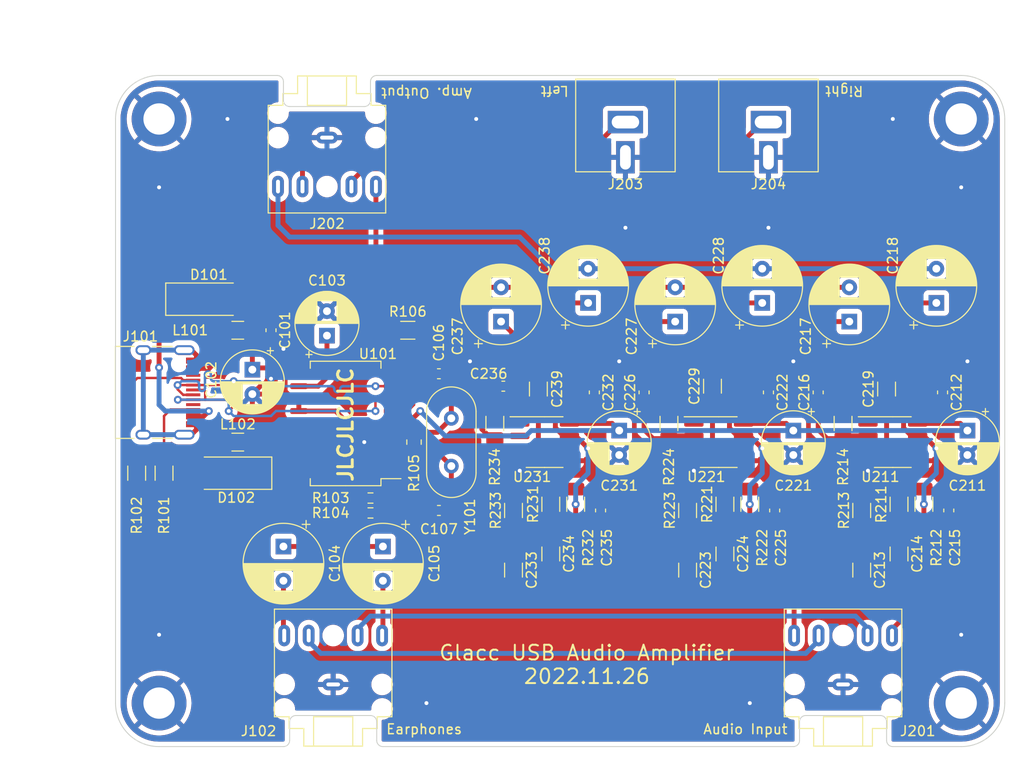
<source format=kicad_pcb>
(kicad_pcb (version 20211014) (generator pcbnew)
  (layers (0 "F.Cu" signal) (31 "B.Cu" signal) (34 "B.Paste" user) (35 "F.Paste" user) (36 "B.SilkS" user "B.Silkscreen") (37 "F.SilkS" user "F.Silkscreen") (38 "B.Mask" user) (39 "F.Mask" user) (44 "Edge.Cuts" user))
  (net 0 "")
  (net 1 "/VCC")
  (net 2 "GND")
  (net 3 "Net-(C103-Pad1)")
  (net 4 "Net-(C104-Pad1)")
  (net 5 "Net-(C104-Pad2)")
  (net 6 "Net-(C105-Pad1)")
  (net 7 "Net-(C105-Pad2)")
  (net 8 "Net-(C106-Pad1)")
  (net 9 "Net-(C107-Pad1)")
  (net 10 "Net-(C213-Pad1)")
  (net 11 "Net-(C213-Pad2)")
  (net 12 "Net-(C214-Pad1)")
  (net 13 "Net-(C214-Pad2)")
  (net 14 "Net-(C215-Pad1)")
  (net 15 "Net-(C215-Pad2)")
  (net 16 "Net-(C216-Pad1)")
  (net 17 "Net-(C216-Pad2)")
  (net 18 "Net-(C217-Pad2)")
  (net 19 "Net-(C218-Pad2)")
  (net 20 "Net-(C219-Pad1)")
  (net 21 "Net-(C223-Pad1)")
  (net 22 "Net-(C224-Pad1)")
  (net 23 "Net-(C225-Pad1)")
  (net 24 "Net-(C225-Pad2)")
  (net 25 "Net-(C226-Pad1)")
  (net 26 "Net-(C226-Pad2)")
  (net 27 "Net-(C229-Pad1)")
  (net 28 "Net-(C233-Pad1)")
  (net 29 "Net-(C234-Pad1)")
  (net 30 "Net-(C235-Pad1)")
  (net 31 "Net-(C235-Pad2)")
  (net 32 "Net-(C236-Pad1)")
  (net 33 "Net-(C236-Pad2)")
  (net 34 "Net-(C239-Pad1)")
  (net 35 "Net-(D101-Pad1)")
  (net 36 "Net-(D102-Pad2)")
  (net 37 "Net-(J101-PadA5)")
  (net 38 "/USB D-")
  (net 39 "/USB D+")
  (net 41 "Net-(J101-PadB5)")
  (net 43 "Net-(J102-PadSN)")
  (net 44 "Net-(J102-PadTN)")
  (net 45 "Net-(J202-PadSN)")
  (net 46 "Net-(J202-PadTN)")
  (net 47 "Net-(JP101-Pad2)")
  (net 48 "Net-(R103-Pad1)")
  (net 51 "Net-(R106-Pad1)")
  (footprint "Diode_SMD:D_SMA_Handsoldering" (layer "F.Cu") (at 114.935 88.265)
    (fp_text reference "D101")
    (fp_text value "1N4001")
  )
  (footprint "Resistor_SMD:R_1206_3216Metric_Pad1.30x1.75mm_HandSolder" (layer "F.Cu") (at 144.145 100.965 90)
    (fp_text reference "R234")
    (fp_text value "22K")
  )
  (footprint "Capacitor_SMD:C_1206_3216Metric_Pad1.33x1.80mm_HandSolder" (layer "F.Cu") (at 184.15 97.4475 90)
    (fp_text reference "C219")
    (fp_text value "2.2μF")
  )
  (footprint "Custom Footprints:Jack_3.5mm" (layer "F.Cu") (at 127.635 127.635)
    (fp_text reference "J102")
    (fp_text value "Earphone Output (Front)")
  )
  (footprint "Inductor_SMD:L_1206_3216Metric_Pad1.42x1.75mm_HandSolder" (layer "F.Cu") (at 117.8925 91.44)
    (fp_text reference "L101")
    (fp_text value "100Ω@100MHz")
  )
  (footprint "Capacitor_SMD:C_0603_1608Metric_Pad1.08x0.95mm_HandSolder" (layer "F.Cu") (at 154.305 97.79 -90)
    (fp_text reference "C232")
    (fp_text value ".1μF")
  )
  (footprint "Resistor_SMD:R_1206_3216Metric_Pad1.30x1.75mm_HandSolder" (layer "F.Cu") (at 167.64 109.22 90)
    (fp_text reference "R221")
    (fp_text value "22K")
  )
  (footprint "Capacitor_THT:CP_Radial_D6.3mm_P2.50mm" (layer "F.Cu") (at 119.38 95.464621 -90)
    (fp_text reference "C102")
    (fp_text value "100μF")
  )
  (footprint "Capacitor_THT:CP_Radial_D8.0mm_P3.50mm" (layer "F.Cu") (at 132.715 113.536349 -90)
    (fp_text reference "C105")
    (fp_text value "220μF")
  )
  (footprint "Custom Footprints:RCA_1" (layer "F.Cu") (at 172.085 70.1675)
    (fp_text reference "J204")
    (fp_text value "RCA Right")
  )
  (footprint "Resistor_SMD:R_1206_3216Metric_Pad1.30x1.75mm_HandSolder" (layer "F.Cu") (at 149.86 109.22 90)
    (fp_text reference "R231")
    (fp_text value "22K")
  )
  (footprint "Capacitor_SMD:C_0603_1608Metric_Pad1.08x0.95mm_HandSolder" (layer "F.Cu") (at 189.865 97.79 -90)
    (fp_text reference "C212")
    (fp_text value ".1μF")
  )
  (footprint "Capacitor_SMD:C_1206_3216Metric_Pad1.33x1.80mm_HandSolder" (layer "F.Cu") (at 163.83 115.951 -90)
    (fp_text reference "C223")
    (fp_text value "2.2μF")
  )
  (footprint "Capacitor_SMD:C_0603_1608Metric_Pad1.08x0.95mm_HandSolder" (layer "F.Cu") (at 154.94 109.855 90)
    (fp_text reference "C235")
    (fp_text value "220pF")
  )
  (footprint "Capacitor_THT:CP_Radial_D8.0mm_P3.50mm" (layer "F.Cu") (at 180.34 90.552651 90)
    (fp_text reference "C217")
    (fp_text value "220μF")
  )
  (footprint "Custom Footprints:Jack_3.5mm" (layer "F.Cu") (at 179.705 127.635)
    (fp_text reference "J201")
    (fp_text value "Audio Input (Front)")
  )
  (footprint "Resistor_SMD:R_1206_3216Metric_Pad1.30x1.75mm_HandSolder" (layer "F.Cu") (at 170.18 109.22 90)
    (fp_text reference "R222")
    (fp_text value "22K")
  )
  (footprint "Capacitor_SMD:C_0603_1608Metric_Pad1.08x0.95mm_HandSolder" (layer "F.Cu") (at 145.0075 97.155)
    (fp_text reference "C236")
    (fp_text value "220pF")
  )
  (footprint "Capacitor_SMD:C_1206_3216Metric_Pad1.33x1.80mm_HandSolder" (layer "F.Cu") (at 149.86 114.3 -90)
    (fp_text reference "C234")
    (fp_text value "2.2μF")
  )
  (footprint "Capacitor_SMD:C_0603_1608Metric_Pad1.08x0.95mm_HandSolder" (layer "F.Cu") (at 159.385 97.79 90)
    (fp_text reference "C226")
    (fp_text value "220pF")
  )
  (footprint "Package_SO:SOP-8_3.76x4.96mm_P1.27mm" (layer "F.Cu") (at 167.005 102.87)
    (fp_text reference "U221")
    (fp_text value "HT82V735")
  )
  (footprint "Diode_SMD:D_SMA_Handsoldering" (layer "F.Cu") (at 116.967 106.045 180)
    (fp_text reference "D102")
    (fp_text value "1N4001")
  )
  (footprint "Resistor_SMD:R_1206_3216Metric_Pad1.30x1.75mm_HandSolder" (layer "F.Cu") (at 187.96 109.22 90)
    (fp_text reference "R212")
    (fp_text value "22K")
  )
  (footprint "MountingHole:MountingHole_3.2mm_M3_DIN965_Pad" (layer "F.Cu") (at 191.77 129.54)
    (fp_text reference "H4" hide)
    (fp_text value "M3")
  )
  (footprint "Inductor_SMD:L_1206_3216Metric_Pad1.42x1.75mm_HandSolder" (layer "F.Cu") (at 117.8925 102.87)
    (fp_text reference "L102")
    (fp_text value "100Ω@100MHz")
  )
  (footprint "Custom Footprints:Jack_3.5mm" (layer "F.Cu") (at 127 71.755 180)
    (fp_text reference "J202")
    (fp_text value "Amplifier Output (Back / Side)")
  )
  (footprint "Capacitor_THT:CP_Radial_D8.0mm_P3.50mm" (layer "F.Cu") (at 153.67 88.647651 90)
    (fp_text reference "C238")
    (fp_text value "220μF")
  )
  (footprint "Capacitor_SMD:C_1206_3216Metric_Pad1.33x1.80mm_HandSolder" (layer "F.Cu") (at 166.37 97.155 90)
    (fp_text reference "C229")
    (fp_text value "2.2μF")
  )
  (footprint "Package_SO:SOP-18_7x12.5mm_P1.27mm" (layer "F.Cu") (at 128.905 100.965 180)
    (fp_text reference "U101")
    (fp_text value "CM102S+")
  )
  (footprint "Resistor_SMD:R_1206_3216Metric_Pad1.30x1.75mm_HandSolder" (layer "F.Cu") (at 146.05 109.855 90)
    (fp_text reference "R233")
    (fp_text value "22K")
  )
  (footprint "Crystal:Crystal_HC49-U_Vertical" (layer "F.Cu") (at 139.7 105.32 90)
    (fp_text reference "Y101")
    (fp_text value "12MHz")
  )
  (footprint "Capacitor_SMD:C_0603_1608Metric_Pad1.08x0.95mm_HandSolder" (layer "F.Cu") (at 138.43 109.855)
    (fp_text reference "C107")
    (fp_text value "20pF")
  )
  (footprint "Resistor_SMD:R_1206_3216Metric_Pad1.30x1.75mm_HandSolder" (layer "F.Cu") (at 107.569 106.045 -90)
    (fp_text reference "R102")
    (fp_text value "5.1K")
  )
  (footprint "Resistor_SMD:R_0603_1608Metric_Pad0.98x0.95mm_HandSolder" (layer "F.Cu") (at 131.445 110.109)
    (fp_text reference "R104")
    (fp_text value "10K")
  )
  (footprint "Capacitor_THT:CP_Radial_D6.3mm_P2.50mm" (layer "F.Cu") (at 174.625 101.687621 -90)
    (fp_text reference "C221")
    (fp_text value "100μF")
  )
  (footprint "Capacitor_SMD:C_1206_3216Metric_Pad1.33x1.80mm_HandSolder" (layer "F.Cu") (at 181.61 115.951 -90)
    (fp_text reference "C213")
    (fp_text value "2.2μF")
  )
  (footprint "Resistor_SMD:R_1206_3216Metric_Pad1.30x1.75mm_HandSolder" (layer "F.Cu") (at 110.363 106.045 -90)
    (fp_text reference "R101")
    (fp_text value "5.1K")
  )
  (footprint "Capacitor_SMD:C_0603_1608Metric_Pad1.08x0.95mm_HandSolder" (layer "F.Cu") (at 138.43 95.885)
    (fp_text reference "C106")
    (fp_text value "20pF")
  )
  (footprint "Capacitor_SMD:C_0603_1608Metric_Pad1.08x0.95mm_HandSolder" (layer "F.Cu") (at 172.72 109.855 90)
    (fp_text reference "C225")
    (fp_text value "220pF")
  )
  (footprint "MountingHole:MountingHole_3.2mm_M3_DIN965_Pad" (layer "F.Cu") (at 191.77 69.85)
    (fp_text reference "H2" hide)
    (fp_text value "M3")
  )
  (footprint "Resistor_SMD:R_1206_3216Metric_Pad1.30x1.75mm_HandSolder" (layer "F.Cu") (at 185.42 109.22 90)
    (fp_text reference "R211")
    (fp_text value "22K")
  )
  (footprint "Capacitor_THT:CP_Radial_D6.3mm_P2.50mm" (layer "F.Cu") (at 192.405 101.687621 -90)
    (fp_text reference "C211")
    (fp_text value "100μF")
  )
  (footprint "Capacitor_THT:CP_Radial_D8.0mm_P3.50mm" (layer "F.Cu") (at 162.56 90.552651 90)
    (fp_text reference "C227")
    (fp_text value "220μF")
  )
  (footprint "Package_SO:SOP-8_3.76x4.96mm_P1.27mm" (layer "F.Cu") (at 184.785 102.87)
    (fp_text reference "U211")
    (fp_text value "HT82V735")
  )
  (footprint "Custom Footprints:RCA_1" (layer "F.Cu") (at 157.48 70.1675)
    (fp_text reference "J203")
    (fp_text value "RCA Left")
  )
  (footprint "Resistor_SMD:R_1206_3216Metric_Pad1.30x1.75mm_HandSolder" (layer "F.Cu") (at 152.4 109.22 90)
    (fp_text reference "R232")
    (fp_text value "22K")
  )
  (footprint "Capacitor_THT:CP_Radial_D8.0mm_P3.50mm" (layer "F.Cu") (at 122.555 113.536349 -90)
    (fp_text reference "C104")
    (fp_text value "220μF")
  )
  (footprint "Capacitor_SMD:C_0603_1608Metric_Pad1.08x0.95mm_HandSolder" (layer "F.Cu") (at 190.5 109.855 90)
    (fp_text reference "C215")
    (fp_text value "220pF")
  )
  (footprint "Resistor_SMD:R_1206_3216Metric_Pad1.30x1.75mm_HandSolder" (layer "F.Cu") (at 161.925 100.965 90)
    (fp_text reference "R224")
    (fp_text value "22K")
  )
  (footprint "Capacitor_THT:CP_Radial_D8.0mm_P3.50mm" (layer "F.Cu") (at 189.23 88.647651 90)
    (fp_text reference "C218")
    (fp_text value "220μF")
  )
  (footprint "Capacitor_THT:CP_Radial_D6.3mm_P2.50mm" (layer "F.Cu") (at 127 91.98738 90)
    (fp_text reference "C103")
    (fp_text value "100μF")
  )
  (footprint "Resistor_SMD:R_0603_1608Metric_Pad0.98x0.95mm_HandSolder" (layer "F.Cu") (at 131.445 108.585 180)
    (fp_text reference "R103")
    (fp_text value "10K")
  )
  (footprint "Resistor_SMD:R_1206_3216Metric_Pad1.30x1.75mm_HandSolder" (layer "F.Cu") (at 179.705 100.965 90)
    (fp_text reference "R214")
    (fp_text value "22K")
  )
  (footprint "Resistor_SMD:R_1206_3216Metric_Pad1.30x1.75mm_HandSolder" (layer "F.Cu") (at 163.83 109.855 90)
    (fp_text reference "R223")
    (fp_text value "22K")
  )
  (footprint "MountingHole:MountingHole_3.2mm_M3_DIN965_Pad" (layer "F.Cu") (at 109.855 129.54)
    (fp_text reference "H3" hide)
    (fp_text value "M3")
  )
  (footprint "Resistor_SMD:R_0805_2012Metric_Pad1.20x1.40mm_HandSolder" (layer "F.Cu") (at 135.89 102.87 90)
    (fp_text reference "R105")
    (fp_text value "1M")
  )
  (footprint "Capacitor_SMD:C_0603_1608Metric_Pad1.08x0.95mm_HandSolder" (layer "F.Cu") (at 177.165 97.79 90)
    (fp_text reference "C216")
    (fp_text value "220pF")
  )
  (footprint "Capacitor_SMD:C_1206_3216Metric_Pad1.33x1.80mm_HandSolder" (layer "F.Cu") (at 148.59 97.4475 90)
    (fp_text reference "C239")
    (fp_text value "2.2μF")
  )
  (footprint "Capacitor_SMD:C_1206_3216Metric_Pad1.33x1.80mm_HandSolder" (layer "F.Cu") (at 185.42 114.3 -90)
    (fp_text reference "C214")
    (fp_text value "2.2μF")
  )
  (footprint "Resistor_SMD:R_1206_3216Metric_Pad1.30x1.75mm_HandSolder" (layer "F.Cu") (at 135.255 91.44 180)
    (fp_text reference "R106")
    (fp_text value "5.1K")
  )
  (footprint "Capacitor_SMD:C_1206_3216Metric_Pad1.33x1.80mm_HandSolder" (layer "F.Cu") (at 146.05 115.951 -90)
    (fp_text reference "C233")
    (fp_text value "2.2μF")
  )
  (footprint "Capacitor_SMD:C_0603_1608Metric_Pad1.08x0.95mm_HandSolder" (layer "F.Cu") (at 172.085 97.79 -90)
    (fp_text reference "C222")
    (fp_text value ".1μF")
  )
  (footprint "Capacitor_THT:CP_Radial_D6.3mm_P2.50mm" (layer "F.Cu") (at 156.845 101.687621 -90)
    (fp_text reference "C231")
    (fp_text value "100μF")
  )
  (footprint "Capacitor_THT:CP_Radial_D8.0mm_P3.50mm" (layer "F.Cu") (at 171.45 88.647651 90)
    (fp_text reference "C228")
    (fp_text value "220μF")
  )
  (footprint "Capacitor_SMD:C_0603_1608Metric_Pad1.08x0.95mm_HandSolder" (layer "F.Cu") (at 121.285 91.44 -90)
    (fp_text reference "C101")
    (fp_text value ".1μF")
  )
  (footprint "Capacitor_SMD:C_1206_3216Metric_Pad1.33x1.80mm_HandSolder" (layer "F.Cu") (at 167.64 114.3 -90)
    (fp_text reference "C224")
    (fp_text value "2.2μF")
  )
  (footprint "Capacitor_THT:CP_Radial_D8.0mm_P3.50mm" (layer "F.Cu") (at 144.78 90.552651 90)
    (fp_text reference "C237")
    (fp_text value "220μF")
  )
  (footprint "MountingHole:MountingHole_3.2mm_M3_DIN965_Pad" (layer "F.Cu") (at 109.855 69.85)
    (fp_text reference "H1" hide)
    (fp_text value "M3")
  )
  (footprint "Package_SO:SOP-8_3.76x4.96mm_P1.27mm" (layer "F.Cu") (at 149.225 102.87)
    (fp_text reference "U231")
    (fp_text value "HT82V735")
  )
  (footprint "Resistor_SMD:R_1206_3216Metric_Pad1.30x1.75mm_HandSolder" (layer "F.Cu") (at 181.61 109.855 90)
    (fp_text reference "R213")
    (fp_text value "22K")
  )
  (footprint "Connector_USB:USB_C_Receptacle_HRO_TYPE-C-31-M-12" (layer "F.Cu") (at 109.295 97.79 -90)
    (fp_text reference "J101")
    (fp_text value "Type-C In")
  )
  (gr_line (start 131.445 130.81) (end 123.825 130.81) (layer "Edge.Cuts") (width 0.1))
  (gr_arc (start 131.445 67.945) (mid 131.259013 68.394013) (end 130.81 68.58) (layer "Edge.Cuts") (width 0.1))
  (gr_line (start 184.785 133.985) (end 191.77 133.985) (layer "Edge.Cuts") (width 0.1))
  (gr_line (start 122.555 66.04) (end 122.555 67.945) (layer "Edge.Cuts") (width 0.1))
  (gr_arc (start 183.515 130.81) (mid 183.964013 130.995987) (end 184.15 131.445) (layer "Edge.Cuts") (width 0.1))
  (gr_arc (start 191.77 65.405) (mid 194.91309 66.70691) (end 196.215 69.85) (layer "Edge.Cuts") (width 0.1))
  (gr_line (start 150.495 65.405) (end 132.08 65.405) (layer "Edge.Cuts") (width 0.1))
  (gr_arc (start 109.855 133.985) (mid 106.71191 132.68309) (end 105.41 129.54) (layer "Edge.Cuts") (width 0.1))
  (gr_line (start 150.495 65.405) (end 191.77 65.405) (layer "Edge.Cuts") (width 0.1))
  (gr_line (start 105.41 129.54) (end 105.41 69.85) (layer "Edge.Cuts") (width 0.1))
  (gr_line (start 131.445 66.04) (end 131.445 67.945) (layer "Edge.Cuts") (width 0.1))
  (gr_line (start 132.08 133.35) (end 132.08 131.445) (layer "Edge.Cuts") (width 0.1))
  (gr_line (start 123.19 133.35) (end 123.19 131.445) (layer "Edge.Cuts") (width 0.1))
  (gr_line (start 196.215 129.54) (end 196.215 69.85) (layer "Edge.Cuts") (width 0.1))
  (gr_arc (start 131.445 66.04) (mid 131.630987 65.590987) (end 132.08 65.405) (layer "Edge.Cuts") (width 0.1))
  (gr_arc (start 105.41 69.85) (mid 106.71191 66.70691) (end 109.855 65.405) (layer "Edge.Cuts") (width 0.1))
  (gr_arc (start 123.19 131.445) (mid 123.375987 130.995987) (end 123.825 130.81) (layer "Edge.Cuts") (width 0.1))
  (gr_arc (start 184.785 133.985) (mid 184.335987 133.799013) (end 184.15 133.35) (layer "Edge.Cuts") (width 0.1))
  (gr_arc (start 121.92 65.405) (mid 122.369013 65.590987) (end 122.555 66.04) (layer "Edge.Cuts") (width 0.1))
  (gr_arc (start 196.215 129.54) (mid 194.91309 132.68309) (end 191.77 133.985) (layer "Edge.Cuts") (width 0.1))
  (gr_arc (start 175.26 133.35) (mid 175.074013 133.799013) (end 174.625 133.985) (layer "Edge.Cuts") (width 0.1))
  (gr_arc (start 131.445 130.81) (mid 131.894013 130.995987) (end 132.08 131.445) (layer "Edge.Cuts") (width 0.1))
  (gr_arc (start 123.19 68.58) (mid 122.740987 68.394013) (end 122.555 67.945) (layer "Edge.Cuts") (width 0.1))
  (gr_arc (start 123.19 133.35) (mid 123.004013 133.799013) (end 122.555 133.985) (layer "Edge.Cuts") (width 0.1))
  (gr_line (start 183.515 130.81) (end 175.895 130.81) (layer "Edge.Cuts") (width 0.1))
  (gr_line (start 109.855 133.985) (end 122.555 133.985) (layer "Edge.Cuts") (width 0.1))
  (gr_line (start 123.19 68.58) (end 130.81 68.58) (layer "Edge.Cuts") (width 0.1))
  (gr_line (start 184.15 133.35) (end 184.15 131.445) (layer "Edge.Cuts") (width 0.1))
  (gr_line (start 175.26 133.35) (end 175.26 131.445) (layer "Edge.Cuts") (width 0.1))
  (gr_line (start 109.855 65.405) (end 121.92 65.405) (layer "Edge.Cuts") (width 0.1))
  (gr_line (start 174.625 133.985) (end 132.715 133.985) (layer "Edge.Cuts") (width 0.1))
  (gr_arc (start 132.715 133.985) (mid 132.265987 133.799013) (end 132.08 133.35) (layer "Edge.Cuts") (width 0.1))
  (gr_arc (start 175.26 131.445) (mid 175.445987 130.995987) (end 175.895 130.81) (layer "Edge.Cuts") (width 0.1))
  (gr_text "Glacc USB Audio Amplifier\n2022.11.26" (at 153.543 125.603) (layer "F.SilkS") (effects (font (size 1.5 1.5) (thickness 0.2))))
  (gr_text "Audio Input" (at 174.117 132.207) (layer "F.SilkS") (effects (font (size 1 1)) (justify right)))
  (gr_text "Right" (at 177.8 66.9925 180) (layer "F.SilkS") (effects (font (size 1 1)) (justify right)))
  (gr_text "Earphones" (at 132.969 132.207) (layer "F.SilkS") (effects (font (size 1 1)) (justify left)))
  (gr_text "Left" (at 151.765 66.9925 180) (layer "F.SilkS") (effects (font (size 1 1)) (justify left)))
  (gr_text "Amp. Output" (at 132.461 67.183 180) (layer "F.SilkS") (effects (font (size 1 1)) (justify right)))
  (gr_text "JLCJLCJLC" (at 128.905 101.092 90) (layer "F.SilkS") (effects (font (size 1.5 1.5) (thickness 0.3))))
  (segment (start 117.435 88.265) (end 119.507 88.265) (width 0.5) (layer "F.Cu") (net 1))
  (segment (start 189.865 98.6525) (end 189.865 100.965) (width 0.5) (layer "F.Cu") (net 1))
  (segment (start 122.7255 97.663) (end 123.4875 98.425) (width 0.5) (layer "F.Cu") (net 1))
  (segment (start 120.4225 91.44) (end 121.285 90.5775) (width 0.5) (layer "F.Cu") (net 1))
  (segment (start 191.682379 100.965) (end 192.405 101.687621) (width 0.5) (layer "F.Cu") (net 1))
  (segment (start 119.761 88.519) (end 119.761 91.059) (width 0.5) (layer "F.Cu") (net 1))
  (segment (start 187.3225 100.965) (end 191.682379 100.965) (width 0.5) (layer "F.Cu") (net 1))
  (segment (start 119.38 91.44) (end 120.4225 91.44) (width 0.5) (layer "F.Cu") (net 1))
  (segment (start 124.13 98.425) (end 124.13 99.695) (width 0.5) (layer "F.Cu") (net 1))
  (segment (start 119.38 91.44) (end 119.38 95.29) (width 0.5) (layer "F.Cu") (net 1))
  (segment (start 156.122379 100.965) (end 156.845 101.687621) (width 0.5) (layer "F.Cu") (net 1))
  (segment (start 124.13 99.695) (end 127.889 99.695) (width 0.5) (layer "F.Cu") (net 1))
  (segment (start 136.525 99.695) (end 135.815736 100.404264) (width 0.5) (layer "F.Cu") (net 1))
  (segment (start 127.889 99.695) (end 129.159 100.965) (width 0.5) (layer "F.Cu") (net 1))
  (segment (start 129.159 100.965) (end 133.68 100.965) (width 0.5) (layer "F.Cu") (net 1))
  (segment (start 122.7255 96.139) (end 122.7255 97.663) (width 0.5) (layer "F.Cu") (net 1))
  (segment (start 121.8765 95.29) (end 119.34 95.29) (width 0.5) (layer "F.Cu") (net 1))
  (segment (start 151.7625 100.965) (end 156.122379 100.965) (width 0.5) (layer "F.Cu") (net 1))
  (segment (start 129.413 110.109) (end 129.159 109.855) (width 0.5) (layer "F.Cu") (net 1))
  (segment (start 154.305 98.6525) (end 154.305 100.965) (width 0.5) (layer "F.Cu") (net 1))
  (segment (start 133.68 100.965) (end 134.133528 100.965) (width 0.5) (layer "F.Cu") (net 1))
  (segment (start 169.5425 100.965) (end 173.902379 100.965) (width 0.5) (layer "F.Cu") (net 1))
  (segment (start 119.507 88.265) (end 119.761 88.519) (width 0.5) (layer "F.Cu") (net 1))
  (segment (start 135.815736 100.404264) (end 134.694264 100.404264) (width 0.5) (layer "F.Cu") (net 1))
  (segment (start 130.5325 110.109) (end 129.413 110.109) (width 0.5) (layer "F.Cu") (net 1))
  (segment (start 129.159 109.855) (end 129.159 100.965) (width 0.5) (layer "F.Cu") (net 1))
  (segment (start 121.8765 95.29) (end 122.7255 96.139) (width 0.5) (layer "F.Cu") (net 1))
  (segment (start 173.902379 100.965) (end 174.625 101.687621) (width 0.5) (layer "F.Cu") (net 1))
  (segment (start 134.133528 100.965) (end 134.694264 100.404264) (width 0.5) (layer "F.Cu") (net 1))
  (segment (start 172.085 98.6525) (end 172.085 100.965) (width 0.5) (layer "F.Cu") (net 1))
  (via (at 136.525 99.695) (size 0.8) (drill 0.4) (layers "F.Cu" "B.Cu") (net 1))
  (segment (start 139.065 102.235) (end 136.525 99.695) (width 0.5) (layer "B.Cu") (net 1))
  (segment (start 156.845 101.687621) (end 192.405 101.687621) (width 0.5) (layer "B.Cu") (net 1))
  (segment (start 140.335 102.235) (end 147.32 102.235) (width 0.5) (layer "B.Cu") (net 1))
  (segment (start 147.32 102.235) (end 147.867379 101.687621) (width 0.5) (layer "B.Cu") (net 1))
  (segment (start 147.867379 101.687621) (end 156.845 101.687621) (width 0.5) (layer "B.Cu") (net 1))
  (segment (start 140.335 102.235) (end 139.065 102.235) (width 0.5) (layer "B.Cu") (net 1))
  (segment (start 121.539 103.505) (end 120.904 102.87) (width 0.5) (layer "F.Cu") (net 2))
  (segment (start 120.904 102.87) (end 119.38 102.87) (width 0.5) (layer "F.Cu") (net 2))
  (segment (start 146.685 105.791) (end 146.685 104.775) (width 0.5) (layer "F.Cu") (net 2))
  (segment (start 122.1475 92.3025) (end 122.555 92.71) (width 0.5) (layer "F.Cu") (net 2))
  (segment (start 119.38 97.964621) (end 120.729379 97.964621) (width 0.5) (layer "F.Cu") (net 2))
  (segment (start 164.465 105.791) (end 164.465 104.775) (width 0.5) (layer "F.Cu") (net 2))
  (segment (start 124.13 103.505) (end 121.539 103.505) (width 0.5) (layer "F.Cu") (net 2))
  (segment (start 121.285 92.3025) (end 122.1475 92.3025) (width 0.5) (layer "F.Cu") (net 2))
  (segment (start 121.285 97.409) (end 121.285 96.393) (width 0.5) (layer "F.Cu") (net 2))
  (segment (start 122.555 92.71) (end 122.555 93.345) (width 0.5) (layer "F.Cu") (net 2))
  (segment (start 119.38 97.79) (end 119.38 102.87) (width 0.5) (layer "F.Cu") (net 2))
  (segment (start 182.245 105.791) (end 182.245 104.775) (width 0.5) (layer "F.Cu") (net 2))
  (segment (start 120.729379 97.964621) (end 121.285 97.409) (width 0.5) (layer "F.Cu") (net 2))
  (via (at 184.785 69.85) (size 0.8) (drill 0.4) (layers "F.Cu" "B.Cu") (net 2))
  (via (at 130.81 102.87) (size 0.8) (drill 0.4) (layers "F.Cu" "B.Cu") (net 2))
  (via (at 109.855 122.555) (size 0.8) (drill 0.4) (layers "F.Cu" "B.Cu") (net 2))
  (via (at 157.48 80.9625) (size 0.8) (drill 0.4) (layers "F.Cu" "B.Cu") (net 2))
  (via (at 142.24 69.85) (size 0.8) (drill 0.4) (layers "F.Cu" "B.Cu") (net 2))
  (via (at 170.18 129.54) (size 0.8) (drill 0.4) (layers "F.Cu" "B.Cu") (net 2))
  (via (at 109.855 76.835) (size 0.8) (drill 0.4) (layers "F.Cu" "B.Cu") (net 2))
  (via (at 141.605 94.615) (size 0.8) (drill 0.4) (layers "F.Cu" "B.Cu") (net 2))
  (via (at 164.465 105.791) (size 0.8) (drill 0.4) (layers "F.Cu" "B.Cu") (net 2))
  (via (at 116.84 69.85) (size 0.8) (drill 0.4) (layers "F.Cu" "B.Cu") (net 2))
  (via (at 146.685 105.791) (size 0.8) (drill 0.4) (layers "F.Cu" "B.Cu") (net 2))
  (via (at 191.77 76.835) (size 0.8) (drill 0.4) (layers "F.Cu" "B.Cu") (net 2))
  (via (at 137.16 129.54) (size 0.8) (drill 0.4) (layers "F.Cu" "B.Cu") (net 2))
  (via (at 182.245 105.791) (size 0.8) (drill 0.4) (layers "F.Cu" "B.Cu") (net 2))
  (via (at 156.845 94.615) (size 0.8) (drill 0.4) (layers "F.Cu" "B.Cu") (net 2))
  (via (at 192.405 94.615) (size 0.8) (drill 0.4) (layers "F.Cu" "B.Cu") (net 2))
  (via (at 172.085 80.9625) (size 0.8) (drill 0.4) (layers "F.Cu" "B.Cu") (net 2))
  (via (at 122.555 93.345) (size 0.8) (drill 0.4) (layers "F.Cu" "B.Cu") (net 2))
  (via (at 121.285 96.393) (size 0.8) (drill 0.4) (layers "F.Cu" "B.Cu") (net 2))
  (via (at 174.625 94.615) (size 0.8) (drill 0.4) (layers "F.Cu" "B.Cu") (net 2))
  (via (at 191.77 122.555) (size 0.8) (drill 0.4) (layers "F.Cu" "B.Cu") (net 2))
  (segment (start 121.285 95.377) (end 122.555 94.107) (width 0.5) (layer "B.Cu") (net 2))
  (segment (start 122.555 94.107) (end 122.555 93.345) (width 0.5) (layer "B.Cu") (net 2))
  (segment (start 121.285 96.393) (end 121.285 95.377) (width 0.5) (layer "B.Cu") (net 2))
  (segment (start 126.111 97.155) (end 127 96.266) (width 0.5) (layer "F.Cu") (net 3))
  (segment (start 127 96.266) (end 127 91.98738) (width 0.5) (layer "F.Cu") (net 3))
  (segment (start 124.13 97.155) (end 126.111 97.155) (width 0.5) (layer "F.Cu") (net 3))
  (segment (start 125.73 102.235) (end 124.13 102.235) (width 0.5) (layer "F.Cu") (net 4))
  (segment (start 126.365 102.87) (end 125.73 102.235) (width 0.5) (layer "F.Cu") (net 4))
  (segment (start 122.555 113.536349) (end 124.842651 113.536349) (width 0.5) (layer "F.Cu") (net 4))
  (segment (start 124.842651 113.536349) (end 126.365 112.014) (width 0.5) (layer "F.Cu") (net 4))
  (segment (start 126.365 112.014) (end 126.365 102.87) (width 0.5) (layer "F.Cu") (net 4))
  (segment (start 122.555 117.036349) (end 122.555 122.555) (width 0.5) (layer "F.Cu") (net 5))
  (segment (start 126.365 100.965) (end 124.13 100.965) (width 0.5) (layer "F.Cu") (net 6))
  (segment (start 129.157349 113.536349) (end 127.635 112.014) (width 0.5) (layer "F.Cu") (net 6))
  (segment (start 132.715 113.536349) (end 129.157349 113.536349) (width 0.5) (layer "F.Cu") (net 6))
  (segment (start 127.635 112.014) (end 127.635 102.235) (width 0.5) (layer "F.Cu") (net 6))
  (segment (start 127.635 102.235) (end 126.365 100.965) (width 0.5) (layer "F.Cu") (net 6))
  (segment (start 132.715 117.036349) (end 132.715 122.555) (width 0.5) (layer "F.Cu") (net 7))
  (segment (start 137.5675 95.885) (end 137.5675 96.9275) (width 0.5) (layer "F.Cu") (net 8))
  (segment (start 137.5675 96.9275) (end 139.7 99.06) (width 0.5) (layer "F.Cu") (net 8))
  (segment (start 135.89 101.87) (end 138.27 101.87) (width 0.5) (layer "F.Cu") (net 8))
  (segment (start 138.27 101.87) (end 139.7 100.44) (width 0.5) (layer "F.Cu") (net 8))
  (segment (start 133.68 102.235) (end 135.525 102.235) (width 0.5) (layer "F.Cu") (net 8))
  (segment (start 135.525 102.235) (end 135.89 101.87) (width 0.5) (layer "F.Cu") (net 8))
  (segment (start 139.7 99.06) (end 139.7 100.44) (width 0.5) (layer "F.Cu") (net 8))
  (segment (start 135.89 103.87) (end 138.25 103.87) (width 0.5) (layer "F.Cu") (net 9))
  (segment (start 133.68 103.505) (end 135.525 103.505) (width 0.5) (layer "F.Cu") (net 9))
  (segment (start 137.5675 108.8125) (end 139.7 106.68) (width 0.5) (layer "F.Cu") (net 9))
  (segment (start 138.25 103.87) (end 139.7 105.32) (width 0.5) (layer "F.Cu") (net 9))
  (segment (start 137.5675 109.855) (end 137.5675 108.8125) (width 0.5) (layer "F.Cu") (net 9))
  (segment (start 139.7 106.68) (end 139.7 105.32) (width 0.5) (layer "F.Cu") (net 9))
  (segment (start 135.525 103.505) (end 135.89 103.87) (width 0.5) (layer "F.Cu") (net 9))
  (segment (start 181.61 111.405) (end 181.61 114.3885) (width 0.5) (layer "F.Cu") (net 10))
  (segment (start 146.05 117.5135) (end 174.6635 117.5135) (width 0.5) (layer "F.Cu") (net 11))
  (segment (start 174.705 117.555) (end 174.6635 117.5135) (width 0.5) (layer "F.Cu") (net 11))
  (segment (start 174.6635 117.5135) (end 181.61 117.5135) (width 0.5) (layer "F.Cu") (net 11))
  (segment (start 174.705 122.635) (end 174.705 117.555) (width 0.5) (layer "F.Cu") (net 11))
  (segment (start 185.42 110.77) (end 185.42 112.7375) (width 0.5) (layer "F.Cu") (net 12))
  (segment (start 184.705 122) (end 185.42 121.285) (width 0.5) (layer "F.Cu") (net 13))
  (segment (start 184.705 122.635) (end 184.705 122) (width 0.5) (layer "F.Cu") (net 13))
  (segment (start 185.42 121.285) (end 185.42 115.8625) (width 0.5) (layer "F.Cu") (net 13))
  (segment (start 185.42 115.8625) (end 149.86 115.8625) (width 0.5) (layer "F.Cu") (net 13))
  (segment (start 185.885 89.705) (end 186.942349 88.647651) (width 0.5) (layer "F.Cu") (net 14))
  (segment (start 188.0125 110.7175) (end 187.96 110.77) (width 0.5) (layer "F.Cu") (net 14))
  (segment (start 186.69 102.235) (end 185.885 101.43) (width 0.5) (layer "F.Cu") (net 14))
  (segment (start 185.885 101.43) (end 185.885 89.705) (width 0.5) (layer "F.Cu") (net 14))
  (segment (start 187.3225 102.235) (end 186.69 102.235) (width 0.5) (layer "F.Cu") (net 14))
  (segment (start 186.942349 88.647651) (end 189.23 88.647651) (width 0.5) (layer "F.Cu") (net 14))
  (segment (start 188.1875 110.7175) (end 187.96 110.49) (width 0.5) (layer "F.Cu") (net 14))
  (segment (start 190.5 110.7175) (end 188.0125 110.7175) (width 0.5) (layer "F.Cu") (net 14))
  (segment (start 187.96 102.235) (end 189.23 103.505) (width 0.5) (layer "F.Cu") (net 14))
  (segment (start 187.3225 102.235) (end 187.96 102.235) (width 0.5) (layer "F.Cu") (net 14))
  (segment (start 187.96 109.22) (end 187.96 110.77) (width 0.5) (layer "F.Cu") (net 14))
  (via (at 187.96 109.22) (size 0.8) (drill 0.4) (layers "F.Cu" "B.Cu") (net 14))
  (via (at 189.23 103.505) (size 0.8) (drill 0.4) (layers "F.Cu" "B.Cu") (net 14))
  (segment (start 189.23 106.045) (end 189.23 103.505) (width 0.5) (layer "B.Cu") (net 14))
  (segment (start 187.96 107.315) (end 189.23 106.045) (width 0.5) (layer "B.Cu") (net 14))
  (segment (start 187.96 109.22) (end 187.96 107.315) (width 0.5) (layer "B.Cu") (net 14))
  (segment (start 185.42 107.67) (end 187.96 107.67) (width 0.5) (layer "F.Cu") (net 15))
  (segment (start 187.3225 103.505) (end 186.055 103.505) (width 0.5) (layer "F.Cu") (net 15))
  (segment (start 186.055 103.505) (end 185.42 104.14) (width 0.5) (layer "F.Cu") (net 15))
  (segment (start 189.1775 107.67) (end 190.5 108.9925) (width 0.5) (layer "F.Cu") (net 15))
  (segment (start 185.42 104.14) (end 185.42 107.67) (width 0.5) (layer "F.Cu") (net 15))
  (segment (start 187.96 107.67) (end 189.1775 107.67) (width 0.5) (layer "F.Cu") (net 15))
  (segment (start 177.165 101.6) (end 178.08 102.515) (width 0.5) (layer "F.Cu") (net 16))
  (segment (start 177.165 98.6525) (end 177.165 101.6) (width 0.5) (layer "F.Cu") (net 16))
  (segment (start 180.695 108.305) (end 181.61 108.305) (width 0.5) (layer "F.Cu") (net 16))
  (segment (start 178.08 102.515) (end 179.705 102.515) (width 0.5) (layer "F.Cu") (net 16))
  (segment (start 179.705 102.515) (end 179.705 107.315) (width 0.5) (layer "F.Cu") (net 16))
  (segment (start 182.2475 102.235) (end 179.705 102.235) (width 0.5) (layer "F.Cu") (net 16))
  (segment (start 179.705 107.315) (end 180.695 108.305) (width 0.5) (layer "F.Cu") (net 16))
  (segment (start 177.165 96.9275) (end 177.165 91.44) (width 0.5) (layer "F.Cu") (net 17))
  (segment (start 177.165 91.44) (end 178.052349 90.552651) (width 0.5) (layer "F.Cu") (net 17))
  (segment (start 182.2475 99.6975) (end 182.2475 100.965) (width 0.5) (layer "F.Cu") (net 17))
  (segment (start 178.8425 96.9275) (end 179.705 97.79) (width 0.5) (layer "F.Cu") (net 17))
  (segment (start 179.705 97.79) (end 179.705 99.415) (width 0.5) (layer "F.Cu") (net 17))
  (segment (start 177.165 96.9275) (end 178.8425 96.9275) (width 0.5) (layer "F.Cu") (net 17))
  (segment (start 181.965 99.415) (end 182.2475 99.6975) (width 0.5) (layer "F.Cu") (net 17))
  (segment (start 178.052349 90.552651) (end 180.34 90.552651) (width 0.5) (layer "F.Cu") (net 17))
  (segment (start 179.705 99.415) (end 181.965 99.415) (width 0.5) (layer "F.Cu") (net 17))
  (segment (start 132 86.28) (end 132.772651 87.052651) (width 0.5) (layer "F.Cu") (net 18))
  (segment (start 162.56 87.052651) (end 180.34 87.052651) (width 0.5) (layer "F.Cu") (net 18))
  (segment (start 132 76.755) (end 132 86.28) (width 0.5) (layer "F.Cu") (net 18))
  (segment (start 132.772651 87.052651) (end 144.78 87.052651) (width 0.5) (layer "F.Cu") (net 18))
  (segment (start 144.78 87.052651) (end 162.56 87.052651) (width 0.5) (layer "F.Cu") (net 18))
  (segment (start 122 76.755) (end 122 80.725) (width 0.5) (layer "B.Cu") (net 19))
  (segment (start 153.67 85.147651) (end 149.917651 85.147651) (width 0.5) (layer "B.Cu") (net 19))
  (segment (start 149.917651 85.147651) (end 146.685 81.915) (width 0.5) (layer "B.Cu") (net 19))
  (segment (start 122 80.725) (end 123.19 81.915) (width 0.5) (layer "B.Cu") (net 19))
  (segment (start 146.685 81.915) (end 123.19 81.915) (width 0.5) (layer "B.Cu") (net 19))
  (segment (start 189.23 85.147651) (end 153.67 85.147651) (width 0.5) (layer "B.Cu") (net 19))
  (segment (start 183.515 103.505) (end 184.15 102.87) (width 0.5) (layer "F.Cu") (net 20))
  (segment (start 182.2475 103.505) (end 183.515 103.505) (width 0.5) (layer "F.Cu") (net 20))
  (segment (start 184.15 102.87) (end 184.15 99.01) (width 0.5) (layer "F.Cu") (net 20))
  (segment (start 163.83 111.405) (end 163.83 114.3885) (width 0.5) (layer "F.Cu") (net 21))
  (segment (start 167.64 112.7375) (end 167.64 110.77) (width 0.5) (layer "F.Cu") (net 22))
  (segment (start 168.91 102.235) (end 168.105 101.43) (width 0.5) (layer "F.Cu") (net 23))
  (segment (start 168.105 89.705) (end 169.162349 88.647651) (width 0.5) (layer "F.Cu") (net 23))
  (segment (start 169.5425 102.235) (end 170.18 102.235) (width 0.5) (layer "F.Cu") (net 23))
  (segment (start 168.105 101.43) (end 168.105 89.705) (width 0.5) (layer "F.Cu") (net 23))
  (segment (start 170.18 109.22) (end 170.18 110.77) (width 0.5) (layer "F.Cu") (net 23))
  (segment (start 169.162349 88.647651) (end 171.45 88.647651) (width 0.5) (layer "F.Cu") (net 23))
  (segment (start 170.18 102.235) (end 171.45 103.505) (width 0.5) (layer "F.Cu") (net 23))
  (segment (start 169.5425 102.235) (end 168.91 102.235) (width 0.5) (layer "F.Cu") (net 23))
  (segment (start 172.72 110.7175) (end 170.2325 110.7175) (width 0.5) (layer "F.Cu") (net 23))
  (segment (start 170.2325 110.7175) (end 170.18 110.77) (width 0.5) (layer "F.Cu") (net 23))
  (segment (start 170.4075 110.7175) (end 170.18 110.49) (width 0.5) (layer "F.Cu") (net 23))
  (via (at 171.45 103.505) (size 0.8) (drill 0.4) (layers "F.Cu" "B.Cu") (net 23))
  (via (at 170.18 109.22) (size 0.8) (drill 0.4) (layers "F.Cu" "B.Cu") (net 23))
  (segment (start 171.45 106.045) (end 171.45 103.505) (width 0.5) (layer "B.Cu") (net 23))
  (segment (start 170.18 109.22) (end 170.18 107.315) (width 0.5) (layer "B.Cu") (net 23))
  (segment (start 170.18 107.315) (end 171.45 106.045) (width 0.5) (layer "B.Cu") (net 23))
  (segment (start 167.64 104.14) (end 167.64 107.67) (width 0.5) (layer "F.Cu") (net 24))
  (segment (start 167.64 107.67) (end 170.18 107.67) (width 0.5) (layer "F.Cu") (net 24))
  (segment (start 170.18 107.67) (end 171.3975 107.67) (width 0.5) (layer "F.Cu") (net 24))
  (segment (start 168.275 103.505) (end 167.64 104.14) (width 0.5) (layer "F.Cu") (net 24))
  (segment (start 171.3975 107.67) (end 172.72 108.9925) (width 0.5) (layer "F.Cu") (net 24))
  (segment (start 169.5425 103.505) (end 168.275 103.505) (width 0.5) (layer "F.Cu") (net 24))
  (segment (start 159.385 101.6) (end 160.3 102.515) (width 0.5) (layer "F.Cu") (net 25))
  (segment (start 162.915 108.305) (end 163.83 108.305) (width 0.5) (layer "F.Cu") (net 25))
  (segment (start 161.925 102.515) (end 161.925 107.315) (width 0.5) (layer "F.Cu") (net 25))
  (segment (start 164.4675 102.235) (end 161.925 102.235) (width 0.5) (layer "F.Cu") (net 25))
  (segment (start 161.925 107.315) (end 162.915 108.305) (width 0.5) (layer "F.Cu") (net 25))
  (segment (start 160.3 102.515) (end 161.925 102.515) (width 0.5) (layer "F.Cu") (net 25))
  (segment (start 159.385 98.6525) (end 159.385 101.6) (width 0.5) (layer "F.Cu") (net 25))
  (segment (start 161.925 97.79) (end 161.925 99.415) (width 0.5) (layer "F.Cu") (net 26))
  (segment (start 164.4675 99.6975) (end 164.4675 100.965) (width 0.5) (layer "F.Cu") (net 26))
  (segment (start 161.925 99.415) (end 164.185 99.415) (width 0.5) (layer "F.Cu") (net 26))
  (segment (start 161.0625 96.9275) (end 161.925 97.79) (width 0.5) (layer "F.Cu") (net 26))
  (segment (start 159.385 96.9275) (end 159.385 91.44) (width 0.5) (layer "F.Cu") (net 26))
  (segment (start 159.385 91.44) (end 160.272349 90.552651) (width 0.5) (layer "F.Cu") (net 26))
  (segment (start 164.185 99.415) (end 164.4675 99.6975) (width 0.5) (layer "F.Cu") (net 26))
  (segment (start 160.272349 90.552651) (end 162.56 90.552651) (width 0.5) (layer "F.Cu") (net 26))
  (segment (start 159.385 96.9275) (end 161.0625 96.9275) (width 0.5) (layer "F.Cu") (net 26))
  (segment (start 165.735 103.505) (end 166.37 102.87) (width 0.5) (layer "F.Cu") (net 27))
  (segment (start 164.4675 103.505) (end 165.735 103.505) (width 0.5) (layer "F.Cu") (net 27))
  (segment (start 166.37 102.87) (end 166.37 99.2255) (width 0.5) (layer "F.Cu") (net 27))
  (segment (start 146.05 111.405) (end 146.05 114.3885) (width 0.5) (layer "F.Cu") (net 28))
  (segment (start 149.86 112.7375) (end 149.86 110.77) (width 0.5) (layer "F.Cu") (net 29))
  (segment (start 151.7625 102.235) (end 152.4 102.235) (width 0.5) (layer "F.Cu") (net 30))
  (segment (start 152.4 109.22) (end 152.4 110.77) (width 0.5) (layer "F.Cu") (net 30))
  (segment (start 152.6275 110.7175) (end 152.4 110.49) (width 0.5) (layer "F.Cu") (net 30))
  (segment (start 150.325 101.4075) (end 150.325 89.705) (width 0.5) (layer "F.Cu") (net 30))
  (segment (start 151.382349 88.647651) (end 153.67 88.647651) (width 0.5) (layer "F.Cu") (net 30))
  (segment (start 152.4525 110.7175) (end 152.4 110.77) (width 0.5) (layer "F.Cu") (net 30))
  (segment (start 154.94 110.7175) (end 152.4525 110.7175) (width 0.5) (layer "F.Cu") (net 30))
  (segment (start 151.1525 102.235) (end 150.325 101.4075) (width 0.5) (layer "F.Cu") (net 30))
  (segment (start 150.325 89.705) (end 151.382349 88.647651) (width 0.5) (layer "F.Cu") (net 30))
  (segment (start 152.4 102.235) (end 153.67 103.505) (width 0.5) (layer "F.Cu") (net 30))
  (segment (start 151.7625 102.235) (end 151.1525 102.235) (width 0.5) (layer "F.Cu") (net 30))
  (via (at 153.67 103.505) (size 0.8) (drill 0.4) (layers "F.Cu" "B.Cu") (net 30))
  (via (at 152.4 109.22) (size 0.8) (drill 0.4) (layers "F.Cu" "B.Cu") (net 30))
  (segment (start 152.4 109.22) (end 152.4 107.315) (width 0.5) (layer "B.Cu") (net 30))
  (segment (start 152.4 107.315) (end 153.67 106.045) (width 0.5) (layer "B.Cu") (net 30))
  (segment (start 153.67 106.045) (end 153.67 103.505) (width 0.5) (layer "B.Cu") (net 30))
  (segment (start 153.6175 107.67) (end 154.94 108.9925) (width 0.5) (layer "F.Cu") (net 31))
  (segment (start 151.7625 103.505) (end 150.495 103.505) (width 0.5) (layer "F.Cu") (net 31))
  (segment (start 150.495 103.505) (end 149.86 104.14) (width 0.5) (layer "F.Cu") (net 31))
  (segment (start 152.4 107.67) (end 153.6175 107.67) (width 0.5) (layer "F.Cu") (net 31))
  (segment (start 149.86 104.14) (end 149.86 107.67) (width 0.5) (layer "F.Cu") (net 31))
  (segment (start 149.86 107.67) (end 152.4 107.67) (width 0.5) (layer "F.Cu") (net 31))
  (segment (start 144.145 107.315) (end 145.135 108.305) (width 0.5) (layer "F.Cu") (net 32))
  (segment (start 145.135 108.305) (end 146.05 108.305) (width 0.5) (layer "F.Cu") (net 32))
  (segment (start 144.145 102.515) (end 144.145 107.315) (width 0.5) (layer "F.Cu") (net 32))
  (segment (start 142.82 101.545) (end 143.51 102.235) (width 0.5) (layer "F.Cu") (net 32))
  (segment (start 144.145 97.155) (end 142.82 98.48) (width 0.5) (layer "F.Cu") (net 32))
  (segment (start 146.6875 102.235) (end 144.145 102.235) (width 0.5) (layer "F.Cu") (net 32))
  (segment (start 142.82 98.48) (end 142.82 101.545) (width 0.5) (layer "F.Cu") (net 32))
  (segment (start 144.78 90.552651) (end 145.87 91.642651) (width 0.5) (layer "F.Cu") (net 33))
  (segment (start 145.87 91.642651) (end 145.87 97.155) (width 0.5) (layer "F.Cu") (net 33))
  (segment (start 146.405 97.69) (end 145.87 97.155) (width 0.5) (layer "F.Cu") (net 33))
  (segment (start 146.405 99.415) (end 146.6875 99.6975) (width 0.5) (layer "F.Cu") (net 33))
  (segment (start 146.6875 99.6975) (end 146.6875 100.965) (width 0.5) (layer "F.Cu") (net 33))
  (segment (start 144.145 99.415) (end 146.405 99.415) (width 0.5) (layer "F.Cu") (net 33))
  (segment (start 146.405 99.415) (end 146.405 97.69) (width 0.5) (layer "F.Cu") (net 33))
  (segment (start 147.955 103.505) (end 148.59 102.87) (width 0.5) (layer "F.Cu") (net 34))
  (segment (start 148.59 102.87) (end 148.59 99.01) (width 0.5) (layer "F.Cu") (net 34))
  (segment (start 146.6875 103.505) (end 147.955 103.505) (width 0.5) (layer "F.Cu") (net 34))
  (segment (start 116.205 94.107) (end 116.205 91.567) (width 0.5) (layer "F.Cu") (net 35))
  (segment (start 111.085 90.845) (end 109.855 92.075) (width 0.5) (layer "F.Cu") (net 35))
  (segment (start 113.03 91.44) (end 116.405 91.44) (width 0.5) (layer "F.Cu") (net 35))
  (segment (start 113.34 95.34) (end 114.972 95.34) (width 0.5) (layer "F.Cu") (net 35))
  (segment (start 112.435 88.265) (end 112.435 90.845) (width 0.5) (layer "F.Cu") (net 35))
  (segment (start 112.435 90.845) (end 111.085 90.845) (width 0.5) (layer "F.Cu") (net 35))
  (segment (start 114.972 95.34) (end 116.205 94.107) (width 0.5) (layer "F.Cu") (net 35))
  (segment (start 113.34 100.24) (end 114.39 100.24) (width 0.5) (layer "F.Cu") (net 35))
  (segment (start 114.39 100.24) (end 114.935 99.695) (width 0.5) (layer "F.Cu") (net 35))
  (segment (start 112.435 90.845) (end 113.03 91.44) (width 0.5) (layer "F.Cu") (net 35))
  (segment (start 109.855 92.075) (end 109.855 95.25) (width 0.5) (layer "F.Cu") (net 35))
  (via (at 114.935 99.695) (size 0.8) (drill 0.4) (layers "F.Cu" "B.Cu") (net 35))
  (via (at 109.855 95.25) (size 0.8) (drill 0.4) (layers "F.Cu" "B.Cu") (net 35))
  (segment (start 109.855 95.25) (end 109.855 99.06) (width 0.5) (layer "B.Cu") (net 35))
  (segment (start 110.49 99.695) (end 114.935 99.695) (width 0.5) (layer "B.Cu") (net 35))
  (segment (start 109.855 99.06) (end 110.49 99.695) (width 0.5) (layer "B.Cu") (net 35))
  (segment (start 114.467 103.338) (end 114.935 102.87) (width 0.5) (layer "F.Cu") (net 36))
  (segment (start 113.34 101.04) (end 115.772 101.04) (width 0.5) (layer "F.Cu") (net 36))
  (segment (start 113.155 102.11) (end 113.665 101.6) (width 0.5) (layer "F.Cu") (net 36))
  (segment (start 114.467 106.045) (end 114.467 103.338) (width 0.5) (layer "F.Cu") (net 36))
  (segment (start 113.665 101.6) (end 113.665 100.99) (width 0.5) (layer "F.Cu") (net 36))
  (segment (start 113.155 93.47) (end 113.665 93.98) (width 0.5) (layer "F.Cu") (net 36))
  (segment (start 112.425 102.11) (end 113.155 102.11) (width 0.5) (layer "F.Cu") (net 36))
  (segment (start 114.935 102.87) (end 116.405 102.87) (width 0.5) (layer "F.Cu") (net 36))
  (segment (start 113.665 93.98) (end 113.665 94.59) (width 0.5) (layer "F.Cu") (net 36))
  (segment (start 115.772 101.04) (end 116.405 101.673) (width 0.5) (layer "F.Cu") (net 36))
  (segment (start 116.405 101.673) (end 116.405 102.87) (width 0.5) (layer "F.Cu") (net 36))
  (segment (start 112.425 93.47) (end 113.155 93.47) (width 0.5) (layer "F.Cu") (net 36))
  (segment (start 108.245 102.11) (end 112.425 102.11) (width 0.5) (layer "B.Cu") (net 36))
  (segment (start 108.245 93.47) (end 112.425 93.47) (width 0.5) (layer "B.Cu") (net 36))
  (segment (start 108.245 102.11) (end 108.245 93.47) (width 0.5) (layer "B.Cu") (net 36))
  (segment (start 107.647 96.315) (end 106.807 97.155) (width 0.25) (layer "F.Cu") (net 37))
  (segment (start 112.09 96.315) (end 107.647 96.315) (width 0.25) (layer "F.Cu") (net 37))
  (segment (start 113.34 96.54) (end 112.315 96.54) (width 0.25) (layer "F.Cu") (net 37))
  (segment (start 106.807 97.155) (end 106.807 102.743) (width 0.25) (layer "F.Cu") (net 37))
  (segment (start 107.569 103.505) (end 107.569 104.495) (width 0.25) (layer "F.Cu") (net 37))
  (segment (start 112.315 96.54) (end 112.09 96.315) (width 0.25) (layer "F.Cu") (net 37))
  (segment (start 106.807 102.743) (end 107.569 103.505) (width 0.25) (layer "F.Cu") (net 37))
  (segment (start 112.315 98.04) (end 113.34 98.04) (width 0.25) (layer "F.Cu") (net 38))
  (segment (start 111.748 97.473) (end 112.315 98.04) (width 0.25) (layer "F.Cu") (net 38))
  (segment (start 116.217 97.04) (end 116.332 97.155) (width 0.25) (layer "F.Cu") (net 38))
  (segment (start 116.967 97.155) (end 117.475 96.647) (width 0.25) (layer "F.Cu") (net 38))
  (segment (start 133.68 97.155) (end 131.953 97.155) (width 0.25) (layer "F.Cu") (net 38))
  (segment (start 116.332 97.155) (end 116.967 97.155) (width 0.25) (layer "F.Cu") (net 38))
  (segment (start 113.34 97.04) (end 116.217 97.04) (width 0.25) (layer "F.Cu") (net 38))
  (segment (start 111.748 97.04) (end 111.748 97.473) (width 0.25) (layer "F.Cu") (net 38))
  (segment (start 113.34 97.04) (end 111.748 97.04) (width 0.25) (layer "F.Cu") (net 38))
  (via (at 117.475 96.647) (size 0.8) (drill 0.4) (layers "F.Cu" "B.Cu") (net 38))
  (via (at 111.748 97.04) (size 0.8) (drill 0.4) (layers "F.Cu" "B.Cu") (net 38))
  (via (at 131.953 97.155) (size 0.8) (drill 0.4) (layers "F.Cu" "B.Cu") (net 38))
  (segment (start 117.475 96.647) (end 115.443 96.647) (width 0.25) (layer "B.Cu") (net 38))
  (segment (start 112.141 96.647) (end 111.748 97.04) (width 0.25) (layer "B.Cu") (net 38))
  (segment (start 120.142 96.647) (end 117.475 96.647) (width 0.25) (layer "B.Cu") (net 38))
  (segment (start 127.451 97.155) (end 121.793 97.155) (width 0.25) (layer "B.Cu") (net 38))
  (segment (start 115.143 96.347) (end 115.143 95.947) (width 0.25) (layer "B.Cu") (net 38))
  (segment (start 113.943 97.347) (end 113.943 96.947) (width 0.25) (layer "B.Cu") (net 38))
  (segment (start 114.543 96.347) (end 114.543 97.347) (width 0.25) (layer "B.Cu") (net 38))
  (segment (start 114.543 95.947) (end 114.543 96.347) (width 0.25) (layer "B.Cu") (net 38))
  (segment (start 113.464019 96.647) (end 112.141 96.647) (width 0.25) (layer "B.Cu") (net 38))
  (segment (start 121.793 97.155) (end 120.65 97.155) (width 0.25) (layer "B.Cu") (net 38))
  (segment (start 131.953 97.155) (end 128.651 97.155) (width 0.25) (layer "B.Cu") (net 38))
  (segment (start 128.351 97.455) (end 128.351 97.471734) (width 0.25) (layer "B.Cu") (net 38))
  (segment (start 120.65 97.155) (end 120.142 96.647) (width 0.25) (layer "B.Cu") (net 38))
  (segment (start 113.643 96.647) (end 113.464019 96.647) (width 0.25) (layer "B.Cu") (net 38))
  (segment (start 127.751 97.471734) (end 127.751 97.455) (width 0.25) (layer "B.Cu") (net 38))
  (arc (start 114.843 95.647) (mid 114.630868 95.734868) (end 114.543 95.947) (width 0.25) (layer "B.Cu") (net 38))
  (arc (start 128.351 97.471734) (mid 128.263132 97.683866) (end 128.051 97.771734) (width 0.25) (layer "B.Cu") (net 38))
  (arc (start 127.751 97.455) (mid 127.663132 97.242868) (end 127.451 97.155) (width 0.25) (layer "B.Cu") (net 38))
  (arc (start 115.143 95.947) (mid 115.055132 95.734868) (end 114.843 95.647) (width 0.25) (layer "B.Cu") (net 38))
  (arc (start 113.943 96.947) (mid 113.855132 96.734868) (end 113.643 96.647) (width 0.25) (layer "B.Cu") (net 38))
  (arc (start 115.443 96.647) (mid 115.230868 96.559132) (end 115.143 96.347) (width 0.25) (layer "B.Cu") (net 38))
  (arc (start 114.243 97.647) (mid 114.030868 97.559132) (end 113.943 97.347) (width 0.25) (layer "B.Cu") (net 38))
  (arc (start 114.543 97.347) (mid 114.455132 97.559132) (end 114.243 97.647) (width 0.25) (layer "B.Cu") (net 38))
  (arc (start 128.051 97.771734) (mid 127.838868 97.683866) (end 127.751 97.471734) (width 0.25) (layer "B.Cu") (net 38))
  (arc (start 128.651 97.155) (mid 128.438868 97.242868) (end 128.351 97.455) (width 0.25) (layer "B.Cu") (net 38))
  (segment (start 135.255 97.917) (end 134.747 98.425) (width 0.2) (layer "F.Cu") (net 39))
  (segment (start 117.348 99.314) (end 117.348 98.806) (width 0.25) (layer "F.Cu") (net 39))
  (segment (start 113.34 98.54) (end 111.772 98.54) (width 0.25) (layer "F.Cu") (net 39))
  (segment (start 114.566 97.675) (end 114.566 98.54) (width 0.25) (layer "F.Cu") (net 39))
  (segment (start 131.953 98.679) (end 131.953 99.695) (width 0.25) (layer "F.Cu") (net 39))
  (segment (start 133.705 91.44) (end 133.705 92.43) (width 0.2) (layer "F.Cu") (net 39))
  (segment (start 114.431 97.54) (end 114.566 97.675) (width 0.25) (layer "F.Cu") (net 39))
  (segment (start 116.967 99.695) (end 117.348 99.314) (width 0.25) (layer "F.Cu") (net 39))
  (segment (start 134.747 98.425) (end 133.68 98.425) (width 0.2) (layer "F.Cu") (net 39))
  (segment (start 133.705 92.43) (end 135.255 93.98) (width 0.2) (layer "F.Cu") (net 39))
  (segment (start 135.255 93.98) (end 135.255 97.917) (width 0.2) (layer "F.Cu") (net 39))
  (segment (start 132.207 98.425) (end 131.953 98.679) (width 0.25) (layer "F.Cu") (net 39))
  (segment (start 114.566 98.54) (end 113.34 98.54) (width 0.25) (layer "F.Cu") (net 39))
  (segment (start 133.68 98.425) (end 132.207 98.425) (width 0.25) (layer "F.Cu") (net 39))
  (segment (start 113.34 97.54) (end 114.431 97.54) (width 0.25) (layer "F.Cu") (net 39))
  (segment (start 117.348 98.806) (end 117.082 98.54) (width 0.25) (layer "F.Cu") (net 39))
  (segment (start 117.082 98.54) (end 114.566 98.54) (width 0.25) (layer "F.Cu") (net 39))
  (via (at 111.772 98.54) (size 0.8) (drill 0.4) (layers "F.Cu" "B.Cu") (net 39))
  (via (at 116.967 99.695) (size 0.8) (drill 0.4) (layers "F.Cu" "B.Cu") (net 39))
  (via (at 131.953 99.695) (size 0.8) (drill 0.4) (layers "F.Cu" "B.Cu") (net 39))
  (segment (start 121.285 100.203) (end 117.475 100.203) (width 0.25) (layer "B.Cu") (net 39))
  (segment (start 116.701 98.54) (end 111.772 98.54) (width 0.25) (layer "B.Cu") (net 39))
  (segment (start 116.967 98.806) (end 116.701 98.54) (width 0.25) (layer "B.Cu") (net 39))
  (segment (start 116.967 99.695) (end 116.967 98.806) (width 0.25) (layer "B.Cu") (net 39))
  (segment (start 121.793 99.695) (end 121.285 100.203) (width 0.25) (layer "B.Cu") (net 39))
  (segment (start 117.475 100.203) (end 116.967 99.695) (width 0.25) (layer "B.Cu") (net 39))
  (segment (start 131.953 99.695) (end 121.793 99.695) (width 0.25) (layer "B.Cu") (net 39))
  (segment (start 110.363 104.495) (end 110.363 100.203) (width 0.25) (layer "F.Cu") (net 41))
  (segment (start 110.363 100.203) (end 111.026 99.54) (width 0.25) (layer "F.Cu") (net 41))
  (segment (start 111.026 99.54) (end 113.34 99.54) (width 0.25) (layer "F.Cu") (net 41))
  (segment (start 125.135 123.23) (end 126.365 124.46) (width 0.5) (layer "B.Cu") (net 43))
  (segment (start 177.205 123.15) (end 175.895 124.46) (width 0.5) (layer "B.Cu") (net 43))
  (segment (start 177.205 122.635) (end 177.205 123.15) (width 0.5) (layer "B.Cu") (net 43))
  (segment (start 126.365 124.46) (end 175.895 124.46) (width 0.5) (layer "B.Cu") (net 43))
  (segment (start 125.135 122.635) (end 125.135 123.23) (width 0.5) (layer "B.Cu") (net 43))
  (segment (start 131.445 120.65) (end 180.975 120.65) (width 0.5) (layer "B.Cu") (net 44))
  (segment (start 130.135 122.635) (end 130.135 121.96) (width 0.5) (layer "B.Cu") (net 44))
  (segment (start 182.205 121.88) (end 180.975 120.65) (width 0.5) (layer "B.Cu") (net 44))
  (segment (start 182.205 122.635) (end 182.205 121.88) (width 0.5) (layer "B.Cu") (net 44))
  (segment (start 130.135 121.96) (end 131.445 120.65) (width 0.5) (layer "B.Cu") (net 44))
  (segment (start 168.91 76.5175) (end 168.91 72.7075) (width 0.5) (layer "F.Cu") (net 45))
  (segment (start 129.5 76.24) (end 130.81 74.93) (width 0.5) (layer "F.Cu") (net 45))
  (segment (start 129.5 76.755) (end 129.5 76.24) (width 0.5) (layer "F.Cu") (net 45))
  (segment (start 171.45 70.1675) (end 172.085 70.1675) (width 0.5) (layer "F.Cu") (net 45))
  (segment (start 168.91 72.7075) (end 171.45 70.1675) (width 0.5) (layer "F.Cu") (net 45))
  (segment (start 153.3525 74.93) (end 156.21 77.7875) (width 0.5) (layer "F.Cu") (net 45))
  (segment (start 130.81 74.93) (end 153.3525 74.93) (width 0.5) (layer "F.Cu") (net 45))
  (segment (start 167.64 77.7875) (end 168.91 76.5175) (width 0.5) (layer "F.Cu") (net 45))
  (segment (start 156.21 77.7875) (end 167.64 77.7875) (width 0.5) (layer "F.Cu") (net 45))
  (segment (start 124.5 74.89) (end 125.73 73.66) (width 0.5) (layer "F.Cu") (net 46))
  (segment (start 124.5 76.755) (end 124.5 74.89) (width 0.5) (layer "F.Cu") (net 46))
  (segment (start 125.73 73.66) (end 153.3525 73.66) (width 0.5) (layer "F.Cu") (net 46))
  (segment (start 153.3525 73.66) (end 156.845 70.1675) (width 0.5) (layer "F.Cu") (net 46))
  (segment (start 156.845 70.1675) (end 157.48 70.1675) (width 0.5) (layer "F.Cu") (net 46))
  (segment (start 132.3575 110.109) (end 133.223 110.109) (width 0.5) (layer "F.Cu") (net 47))
  (segment (start 133.223 110.109) (end 133.731 109.601) (width 0.5) (layer "F.Cu") (net 47))
  (segment (start 133.731 109.601) (end 133.731 106.045) (width 0.5) (layer "F.Cu") (net 47))
  (segment (start 132.461 104.775) (end 133.68 104.775) (width 0.5) (layer "F.Cu") (net 48))
  (segment (start 132.3575 108.585) (end 132.3575 107.4655) (width 0.5) (layer "F.Cu") (net 48))
  (segment (start 131.953 105.283) (end 132.461 104.775) (width 0.5) (layer "F.Cu") (net 48))
  (segment (start 131.953 107.061) (end 131.953 105.283) (width 0.5) (layer "F.Cu") (net 48))
  (segment (start 132.3575 107.4655) (end 131.953 107.061) (width 0.5) (layer "F.Cu") (net 48))
  (segment (start 136.805 93.065) (end 136.805 91.44) (width 0.25) (layer "F.Cu") (net 51))
  (segment (start 135.89 93.98) (end 136.805 93.065) (width 0.25) (layer "F.Cu") (net 51))
  (segment (start 135.255 99.695) (end 135.89 99.06) (width 0.25) (layer "F.Cu") (net 51))
  (segment (start 133.68 99.695) (end 135.255 99.695) (width 0.25) (layer "F.Cu") (net 51))
  (segment (start 135.89 99.06) (end 135.89 93.98) (width 0.25) (layer "F.Cu") (net 51))
  (zone (net 0) (net_name "") (layer "F.Cu") (connect_pads (clearance 0)) (min_thickness 0.254)
    (keepout (tracks allowed) (vias allowed) (pads allowed) (copperpour not_allowed) (footprints allowed))
    (fill (thermal_gap 0.508) (thermal_bridge_width 0.508))
    (polygon (pts (xy 150.241 97.79) (xy 154.305 97.79) (xy 154.305 100.711) (xy 150.749 101.727) (xy 149.733 107.823) (xy 153.289 107.823) (xy 154.813 110.871) (xy 149.733 110.871) (xy 149.86 117.475) (xy 146.05 117.475) (xy 146.05 108.331) (xy 144.145 107.315) (xy 144.145 97.155) (xy 146.177 97.155) (xy 146.177 95.631) (xy 150.241 95.631)))
  )
  (zone (net 0) (net_name "") (layer "F.Cu") (connect_pads (clearance 0)) (min_thickness 0.254)
    (keepout (tracks allowed) (vias allowed) (pads allowed) (copperpour not_allowed) (footprints allowed))
    (fill (thermal_gap 0.508) (thermal_bridge_width 0.508))
    (polygon (pts (xy 185.801 97.79) (xy 189.865 97.79) (xy 189.865 101.219) (xy 187.325 101.219) (xy 185.801 104.775) (xy 185.801 107.823) (xy 188.341 107.823) (xy 190.5 109.347) (xy 190.373 110.871) (xy 185.42 110.871) (xy 185.293 117.475) (xy 181.61 117.475) (xy 181.737 108.331) (xy 179.705 107.315) (xy 179.705 102.743) (xy 177.165 101.219) (xy 177.165 95.631) (xy 185.801 95.631)))
  )
  (zone (net 2) (net_name "GND") (layer "F.Cu") (connect_pads (clearance 0.508)) (min_thickness 0.254) (fill yes (thermal_gap 0.508) (thermal_bridge_width 0.508))
    (polygon (pts (xy 196.215 133.985) (xy 105.41 133.985) (xy 105.41 65.405) (xy 196.215 65.405)))
  )
  (zone (net 0) (net_name "") (layer "F.Cu") (connect_pads (clearance 0)) (min_thickness 0.254)
    (keepout (tracks allowed) (vias allowed) (pads allowed) (copperpour not_allowed) (footprints allowed))
    (fill (thermal_gap 0.508) (thermal_bridge_width 0.508))
    (polygon (pts (xy 168.021 97.79) (xy 172.085 97.79) (xy 172.085 101.219) (xy 169.545 101.219) (xy 168.021 104.775) (xy 168.021 107.823) (xy 170.561 107.823) (xy 172.72 109.347) (xy 172.593 110.871) (xy 167.64 110.871) (xy 167.513 117.475) (xy 163.83 117.475) (xy 163.957 108.331) (xy 161.925 107.315) (xy 161.925 102.743) (xy 159.385 101.219) (xy 159.385 95.631) (xy 164.973 95.631) (xy 164.973 95.123) (xy 165.481 95.123) (xy 165.969462 95.631) (xy 168.021 95.631)))
  )
  (zone (net 2) (net_name "GND") (layer "B.Cu") (connect_pads (clearance 0.508)) (min_thickness 0.254) (fill yes (thermal_gap 0.508) (thermal_bridge_width 0.508))
    (polygon (pts (xy 196.215 133.985) (xy 105.41 133.985) (xy 105.41 65.405) (xy 196.215 65.405)))
  )
)
</source>
